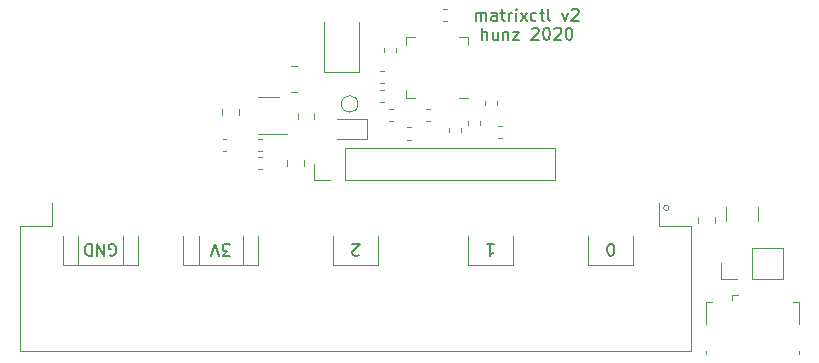
<source format=gbr>
%TF.GenerationSoftware,KiCad,Pcbnew,5.99.0-unknown-4354fa7bd~104~ubuntu20.04.1*%
%TF.CreationDate,2020-09-06T22:51:51+02:00*%
%TF.ProjectId,matrixctl,6d617472-6978-4637-946c-2e6b69636164,rev?*%
%TF.SameCoordinates,Original*%
%TF.FileFunction,Legend,Top*%
%TF.FilePolarity,Positive*%
%FSLAX46Y46*%
G04 Gerber Fmt 4.6, Leading zero omitted, Abs format (unit mm)*
G04 Created by KiCad (PCBNEW 5.99.0-unknown-4354fa7bd~104~ubuntu20.04.1) date 2020-09-06 22:51:51*
%MOMM*%
%LPD*%
G01*
G04 APERTURE LIST*
%ADD10C,0.150000*%
%ADD11C,0.120000*%
%ADD12R,1.700000X1.700000*%
%ADD13O,1.700000X1.700000*%
%ADD14C,1.000000*%
%ADD15R,0.600000X0.450000*%
%ADD16R,1.220000X0.650000*%
%ADD17C,1.600000*%
%ADD18R,0.800000X2.500000*%
%ADD19O,1.100000X5.500000*%
%ADD20R,0.400000X1.350000*%
%ADD21R,1.200000X1.900000*%
%ADD22C,1.450000*%
%ADD23R,1.500000X1.900000*%
%ADD24O,1.200000X1.900000*%
G04 APERTURE END LIST*
D10*
X133566666Y-105647380D02*
X133566666Y-104980714D01*
X133566666Y-105075952D02*
X133614285Y-105028333D01*
X133709523Y-104980714D01*
X133852380Y-104980714D01*
X133947619Y-105028333D01*
X133995238Y-105123571D01*
X133995238Y-105647380D01*
X133995238Y-105123571D02*
X134042857Y-105028333D01*
X134138095Y-104980714D01*
X134280952Y-104980714D01*
X134376190Y-105028333D01*
X134423809Y-105123571D01*
X134423809Y-105647380D01*
X135328571Y-105647380D02*
X135328571Y-105123571D01*
X135280952Y-105028333D01*
X135185714Y-104980714D01*
X134995238Y-104980714D01*
X134900000Y-105028333D01*
X135328571Y-105599761D02*
X135233333Y-105647380D01*
X134995238Y-105647380D01*
X134900000Y-105599761D01*
X134852380Y-105504523D01*
X134852380Y-105409285D01*
X134900000Y-105314047D01*
X134995238Y-105266428D01*
X135233333Y-105266428D01*
X135328571Y-105218809D01*
X135661904Y-104980714D02*
X136042857Y-104980714D01*
X135804761Y-104647380D02*
X135804761Y-105504523D01*
X135852380Y-105599761D01*
X135947619Y-105647380D01*
X136042857Y-105647380D01*
X136376190Y-105647380D02*
X136376190Y-104980714D01*
X136376190Y-105171190D02*
X136423809Y-105075952D01*
X136471428Y-105028333D01*
X136566666Y-104980714D01*
X136661904Y-104980714D01*
X136995238Y-105647380D02*
X136995238Y-104980714D01*
X136995238Y-104647380D02*
X136947619Y-104695000D01*
X136995238Y-104742619D01*
X137042857Y-104695000D01*
X136995238Y-104647380D01*
X136995238Y-104742619D01*
X137376190Y-105647380D02*
X137900000Y-104980714D01*
X137376190Y-104980714D02*
X137900000Y-105647380D01*
X138709523Y-105599761D02*
X138614285Y-105647380D01*
X138423809Y-105647380D01*
X138328571Y-105599761D01*
X138280952Y-105552142D01*
X138233333Y-105456904D01*
X138233333Y-105171190D01*
X138280952Y-105075952D01*
X138328571Y-105028333D01*
X138423809Y-104980714D01*
X138614285Y-104980714D01*
X138709523Y-105028333D01*
X138995238Y-104980714D02*
X139376190Y-104980714D01*
X139138095Y-104647380D02*
X139138095Y-105504523D01*
X139185714Y-105599761D01*
X139280952Y-105647380D01*
X139376190Y-105647380D01*
X139852380Y-105647380D02*
X139757142Y-105599761D01*
X139709523Y-105504523D01*
X139709523Y-104647380D01*
X140900000Y-104980714D02*
X141138095Y-105647380D01*
X141376190Y-104980714D01*
X141709523Y-104742619D02*
X141757142Y-104695000D01*
X141852380Y-104647380D01*
X142090476Y-104647380D01*
X142185714Y-104695000D01*
X142233333Y-104742619D01*
X142280952Y-104837857D01*
X142280952Y-104933095D01*
X142233333Y-105075952D01*
X141661904Y-105647380D01*
X142280952Y-105647380D01*
X134090476Y-107257380D02*
X134090476Y-106257380D01*
X134519047Y-107257380D02*
X134519047Y-106733571D01*
X134471428Y-106638333D01*
X134376190Y-106590714D01*
X134233333Y-106590714D01*
X134138095Y-106638333D01*
X134090476Y-106685952D01*
X135423809Y-106590714D02*
X135423809Y-107257380D01*
X134995238Y-106590714D02*
X134995238Y-107114523D01*
X135042857Y-107209761D01*
X135138095Y-107257380D01*
X135280952Y-107257380D01*
X135376190Y-107209761D01*
X135423809Y-107162142D01*
X135900000Y-106590714D02*
X135900000Y-107257380D01*
X135900000Y-106685952D02*
X135947619Y-106638333D01*
X136042857Y-106590714D01*
X136185714Y-106590714D01*
X136280952Y-106638333D01*
X136328571Y-106733571D01*
X136328571Y-107257380D01*
X136709523Y-106590714D02*
X137233333Y-106590714D01*
X136709523Y-107257380D01*
X137233333Y-107257380D01*
X138328571Y-106352619D02*
X138376190Y-106305000D01*
X138471428Y-106257380D01*
X138709523Y-106257380D01*
X138804761Y-106305000D01*
X138852380Y-106352619D01*
X138900000Y-106447857D01*
X138900000Y-106543095D01*
X138852380Y-106685952D01*
X138280952Y-107257380D01*
X138900000Y-107257380D01*
X139519047Y-106257380D02*
X139614285Y-106257380D01*
X139709523Y-106305000D01*
X139757142Y-106352619D01*
X139804761Y-106447857D01*
X139852380Y-106638333D01*
X139852380Y-106876428D01*
X139804761Y-107066904D01*
X139757142Y-107162142D01*
X139709523Y-107209761D01*
X139614285Y-107257380D01*
X139519047Y-107257380D01*
X139423809Y-107209761D01*
X139376190Y-107162142D01*
X139328571Y-107066904D01*
X139280952Y-106876428D01*
X139280952Y-106638333D01*
X139328571Y-106447857D01*
X139376190Y-106352619D01*
X139423809Y-106305000D01*
X139519047Y-106257380D01*
X140233333Y-106352619D02*
X140280952Y-106305000D01*
X140376190Y-106257380D01*
X140614285Y-106257380D01*
X140709523Y-106305000D01*
X140757142Y-106352619D01*
X140804761Y-106447857D01*
X140804761Y-106543095D01*
X140757142Y-106685952D01*
X140185714Y-107257380D01*
X140804761Y-107257380D01*
X141423809Y-106257380D02*
X141519047Y-106257380D01*
X141614285Y-106305000D01*
X141661904Y-106352619D01*
X141709523Y-106447857D01*
X141757142Y-106638333D01*
X141757142Y-106876428D01*
X141709523Y-107066904D01*
X141661904Y-107162142D01*
X141614285Y-107209761D01*
X141519047Y-107257380D01*
X141423809Y-107257380D01*
X141328571Y-107209761D01*
X141280952Y-107162142D01*
X141233333Y-107066904D01*
X141185714Y-106876428D01*
X141185714Y-106638333D01*
X141233333Y-106447857D01*
X141280952Y-106352619D01*
X141328571Y-106305000D01*
X141423809Y-106257380D01*
%TO.C,U2*%
X145047619Y-125547619D02*
X144952380Y-125547619D01*
X144857142Y-125500000D01*
X144809523Y-125452380D01*
X144761904Y-125357142D01*
X144714285Y-125166666D01*
X144714285Y-124928571D01*
X144761904Y-124738095D01*
X144809523Y-124642857D01*
X144857142Y-124595238D01*
X144952380Y-124547619D01*
X145047619Y-124547619D01*
X145142857Y-124595238D01*
X145190476Y-124642857D01*
X145238095Y-124738095D01*
X145285714Y-124928571D01*
X145285714Y-125166666D01*
X145238095Y-125357142D01*
X145190476Y-125452380D01*
X145142857Y-125500000D01*
X145047619Y-125547619D01*
X134514285Y-124547619D02*
X135085714Y-124547619D01*
X134800000Y-124547619D02*
X134800000Y-125547619D01*
X134895238Y-125404761D01*
X134990476Y-125309523D01*
X135085714Y-125261904D01*
X123685714Y-125452380D02*
X123638095Y-125500000D01*
X123542857Y-125547619D01*
X123304761Y-125547619D01*
X123209523Y-125500000D01*
X123161904Y-125452380D01*
X123114285Y-125357142D01*
X123114285Y-125261904D01*
X123161904Y-125119047D01*
X123733333Y-124547619D01*
X123114285Y-124547619D01*
X112761904Y-125547619D02*
X112142857Y-125547619D01*
X112476190Y-125166666D01*
X112333333Y-125166666D01*
X112238095Y-125119047D01*
X112190476Y-125071428D01*
X112142857Y-124976190D01*
X112142857Y-124738095D01*
X112190476Y-124642857D01*
X112238095Y-124595238D01*
X112333333Y-124547619D01*
X112619047Y-124547619D01*
X112714285Y-124595238D01*
X112761904Y-124642857D01*
X111857142Y-125547619D02*
X111523809Y-124547619D01*
X111190476Y-125547619D01*
X102561904Y-125500000D02*
X102657142Y-125547619D01*
X102800000Y-125547619D01*
X102942857Y-125500000D01*
X103038095Y-125404761D01*
X103085714Y-125309523D01*
X103133333Y-125119047D01*
X103133333Y-124976190D01*
X103085714Y-124785714D01*
X103038095Y-124690476D01*
X102942857Y-124595238D01*
X102800000Y-124547619D01*
X102704761Y-124547619D01*
X102561904Y-124595238D01*
X102514285Y-124642857D01*
X102514285Y-124976190D01*
X102704761Y-124976190D01*
X102085714Y-124547619D02*
X102085714Y-125547619D01*
X101514285Y-124547619D01*
X101514285Y-125547619D01*
X101038095Y-124547619D02*
X101038095Y-125547619D01*
X100800000Y-125547619D01*
X100657142Y-125500000D01*
X100561904Y-125404761D01*
X100514285Y-125309523D01*
X100466666Y-125119047D01*
X100466666Y-124976190D01*
X100514285Y-124785714D01*
X100561904Y-124690476D01*
X100657142Y-124595238D01*
X100800000Y-124547619D01*
X101038095Y-124547619D01*
D11*
%TO.C,R106*%
X131290000Y-114737221D02*
X131290000Y-115062779D01*
X132310000Y-114737221D02*
X132310000Y-115062779D01*
%TO.C,R2*%
X112462779Y-116710000D02*
X112137221Y-116710000D01*
X112462779Y-115690000D02*
X112137221Y-115690000D01*
%TO.C,FB102*%
X119010000Y-117958578D02*
X119010000Y-117441422D01*
X117590000Y-117958578D02*
X117590000Y-117441422D01*
%TO.C,J103*%
X122470000Y-119130000D02*
X122470000Y-116470000D01*
X121200000Y-119130000D02*
X119870000Y-119130000D01*
X140310000Y-119130000D02*
X140310000Y-116470000D01*
X119870000Y-119130000D02*
X119870000Y-117800000D01*
X122470000Y-119130000D02*
X140310000Y-119130000D01*
X122470000Y-116470000D02*
X140310000Y-116470000D01*
%TO.C,C2*%
X115462779Y-116710000D02*
X115137221Y-116710000D01*
X115462779Y-115690000D02*
X115137221Y-115690000D01*
%TO.C,C101*%
X123710000Y-109960000D02*
X123710000Y-105750000D01*
X120690000Y-109960000D02*
X123710000Y-109960000D01*
X120690000Y-105750000D02*
X120690000Y-109960000D01*
%TO.C,R112*%
X133910000Y-114462779D02*
X133910000Y-114137221D01*
X132890000Y-114462779D02*
X132890000Y-114137221D01*
%TO.C,R103*%
X129337221Y-113090000D02*
X129662779Y-113090000D01*
X129337221Y-114110000D02*
X129662779Y-114110000D01*
%TO.C,TP101*%
X123600000Y-112700000D02*
G75*
G03*
X123600000Y-112700000I-700000J0D01*
G01*
%TO.C,R1*%
X115462779Y-118210000D02*
X115137221Y-118210000D01*
X115462779Y-117190000D02*
X115137221Y-117190000D01*
%TO.C,C3*%
X112090000Y-113141422D02*
X112090000Y-113658578D01*
X113510000Y-113141422D02*
X113510000Y-113658578D01*
%TO.C,R101*%
X135437221Y-114590000D02*
X135762779Y-114590000D01*
X135437221Y-115610000D02*
X135762779Y-115610000D01*
%TO.C,L1*%
X117938748Y-109490000D02*
X118461252Y-109490000D01*
X117938748Y-111710000D02*
X118461252Y-111710000D01*
%TO.C,D101*%
X124400000Y-115650000D02*
X124400000Y-113950000D01*
X124400000Y-115650000D02*
X121850000Y-115650000D01*
X124400000Y-113950000D02*
X121850000Y-113950000D01*
%TO.C,FB101*%
X152390000Y-122758578D02*
X152390000Y-122241422D01*
X153810000Y-122758578D02*
X153810000Y-122241422D01*
%TO.C,R102*%
X135410000Y-112762779D02*
X135410000Y-112437221D01*
X134390000Y-112762779D02*
X134390000Y-112437221D01*
%TO.C,C105*%
X126562779Y-114110000D02*
X126237221Y-114110000D01*
X126562779Y-113090000D02*
X126237221Y-113090000D01*
%TO.C,F1*%
X157460000Y-121397936D02*
X157460000Y-122602064D01*
X154740000Y-121397936D02*
X154740000Y-122602064D01*
%TO.C,C103*%
X130837221Y-104690000D02*
X131162779Y-104690000D01*
X130837221Y-105710000D02*
X131162779Y-105710000D01*
%TO.C,R105*%
X125762779Y-109890000D02*
X125437221Y-109890000D01*
X125762779Y-110910000D02*
X125437221Y-110910000D01*
%TO.C,U1*%
X115120000Y-115210000D02*
X117550000Y-115210000D01*
X116880000Y-112140000D02*
X115120000Y-112140000D01*
%TO.C,C1*%
X118490000Y-113441422D02*
X118490000Y-113958578D01*
X119910000Y-113441422D02*
X119910000Y-113958578D01*
%TO.C,J1*%
X156970000Y-127530000D02*
X156970000Y-124870000D01*
X159570000Y-127530000D02*
X159570000Y-124870000D01*
X154370000Y-127530000D02*
X154370000Y-126200000D01*
X156970000Y-127530000D02*
X159570000Y-127530000D01*
X155700000Y-127530000D02*
X154370000Y-127530000D01*
X156970000Y-124870000D02*
X159570000Y-124870000D01*
%TO.C,U2*%
X151800000Y-123000000D02*
X149100000Y-123000000D01*
X103682090Y-126308766D02*
X104982090Y-126308766D01*
X113865495Y-126308766D02*
X115165495Y-126308766D01*
X97700195Y-123000000D02*
X97700195Y-121100000D01*
X98636856Y-126300000D02*
X98636856Y-123900000D01*
X143100000Y-126300000D02*
X143100000Y-123900000D01*
X125300000Y-126314825D02*
X121500000Y-126314825D01*
X151800000Y-133600000D02*
X95000000Y-133600000D01*
X103700000Y-123900000D02*
X103700000Y-126300000D01*
X115159701Y-126300000D02*
X115159701Y-123900000D01*
X108800000Y-126300000D02*
X108800000Y-123900000D01*
X125300000Y-123900000D02*
X125300000Y-126300000D01*
X104976296Y-126300000D02*
X104976296Y-123900000D01*
X113900000Y-123900000D02*
X113900000Y-126300000D01*
X121500000Y-126300000D02*
X121500000Y-123900000D01*
X146900000Y-126314825D02*
X143100000Y-126314825D01*
X146900000Y-123900000D02*
X146900000Y-126300000D01*
X99938155Y-126309058D02*
X98638155Y-126309058D01*
X110101299Y-126309058D02*
X108801299Y-126309058D01*
X151800000Y-133600000D02*
X151800000Y-123000000D01*
X136700000Y-126314825D02*
X132900000Y-126314825D01*
X95000000Y-123000000D02*
X97700000Y-123000000D01*
X103700000Y-126314825D02*
X99900000Y-126314825D01*
X149100000Y-123000000D02*
X149100000Y-121100000D01*
X110100000Y-126300000D02*
X110100000Y-123900000D01*
X95000000Y-133600000D02*
X95000000Y-123000000D01*
X99900000Y-126300000D02*
X99900000Y-123900000D01*
X136700000Y-123900000D02*
X136700000Y-126300000D01*
X132900000Y-126300000D02*
X132900000Y-123900000D01*
X113900000Y-126314825D02*
X110100000Y-126314825D01*
X149923607Y-121500000D02*
G75*
G03*
X149923607Y-121500000I-223607J0D01*
G01*
%TO.C,R104*%
X127737221Y-115710000D02*
X128062779Y-115710000D01*
X127737221Y-114690000D02*
X128062779Y-114690000D01*
%TO.C,J104*%
X160900000Y-133837500D02*
X160900000Y-133587500D01*
X153100000Y-129437500D02*
X153550000Y-129437500D01*
X153100000Y-133837500D02*
X153100000Y-133587500D01*
X155300000Y-128887500D02*
X155300000Y-129337500D01*
X153100000Y-131287500D02*
X153100000Y-129437500D01*
X155300000Y-128887500D02*
X155750000Y-128887500D01*
X160900000Y-131287500D02*
X160900000Y-129437500D01*
X160900000Y-129437500D02*
X160450000Y-129437500D01*
%TO.C,C102*%
X125790000Y-108262779D02*
X125790000Y-107937221D01*
X126810000Y-108262779D02*
X126810000Y-107937221D01*
%TO.C,U101*%
X132185000Y-112210000D02*
X132910000Y-112210000D01*
X132910000Y-106990000D02*
X132910000Y-107715000D01*
X128415000Y-112210000D02*
X127690000Y-112210000D01*
X128415000Y-106990000D02*
X127690000Y-106990000D01*
X132185000Y-106990000D02*
X132910000Y-106990000D01*
X127690000Y-106990000D02*
X127690000Y-107715000D01*
X127690000Y-112210000D02*
X127690000Y-111485000D01*
%TO.C,C104*%
X125762779Y-111490000D02*
X125437221Y-111490000D01*
X125762779Y-112510000D02*
X125437221Y-112510000D01*
%TD*%
%LPC*%
%TO.C,R106*%
G36*
G01*
X131543750Y-113675000D02*
X132056250Y-113675000D01*
G75*
G02*
X132275000Y-113893750I0J-218750D01*
G01*
X132275000Y-114331250D01*
G75*
G02*
X132056250Y-114550000I-218750J0D01*
G01*
X131543750Y-114550000D01*
G75*
G02*
X131325000Y-114331250I0J218750D01*
G01*
X131325000Y-113893750D01*
G75*
G02*
X131543750Y-113675000I218750J0D01*
G01*
G37*
G36*
G01*
X131543750Y-115250000D02*
X132056250Y-115250000D01*
G75*
G02*
X132275000Y-115468750I0J-218750D01*
G01*
X132275000Y-115906250D01*
G75*
G02*
X132056250Y-116125000I-218750J0D01*
G01*
X131543750Y-116125000D01*
G75*
G02*
X131325000Y-115906250I0J218750D01*
G01*
X131325000Y-115468750D01*
G75*
G02*
X131543750Y-115250000I218750J0D01*
G01*
G37*
%TD*%
%TO.C,R2*%
G36*
G01*
X113525000Y-115943750D02*
X113525000Y-116456250D01*
G75*
G02*
X113306250Y-116675000I-218750J0D01*
G01*
X112868750Y-116675000D01*
G75*
G02*
X112650000Y-116456250I0J218750D01*
G01*
X112650000Y-115943750D01*
G75*
G02*
X112868750Y-115725000I218750J0D01*
G01*
X113306250Y-115725000D01*
G75*
G02*
X113525000Y-115943750I0J-218750D01*
G01*
G37*
G36*
G01*
X111950000Y-115943750D02*
X111950000Y-116456250D01*
G75*
G02*
X111731250Y-116675000I-218750J0D01*
G01*
X111293750Y-116675000D01*
G75*
G02*
X111075000Y-116456250I0J218750D01*
G01*
X111075000Y-115943750D01*
G75*
G02*
X111293750Y-115725000I218750J0D01*
G01*
X111731250Y-115725000D01*
G75*
G02*
X111950000Y-115943750I0J-218750D01*
G01*
G37*
%TD*%
%TO.C,FB102*%
G36*
G01*
X118756250Y-119125000D02*
X117843750Y-119125000D01*
G75*
G02*
X117600000Y-118881250I0J243750D01*
G01*
X117600000Y-118393750D01*
G75*
G02*
X117843750Y-118150000I243750J0D01*
G01*
X118756250Y-118150000D01*
G75*
G02*
X119000000Y-118393750I0J-243750D01*
G01*
X119000000Y-118881250D01*
G75*
G02*
X118756250Y-119125000I-243750J0D01*
G01*
G37*
G36*
G01*
X118756250Y-117250000D02*
X117843750Y-117250000D01*
G75*
G02*
X117600000Y-117006250I0J243750D01*
G01*
X117600000Y-116518750D01*
G75*
G02*
X117843750Y-116275000I243750J0D01*
G01*
X118756250Y-116275000D01*
G75*
G02*
X119000000Y-116518750I0J-243750D01*
G01*
X119000000Y-117006250D01*
G75*
G02*
X118756250Y-117250000I-243750J0D01*
G01*
G37*
%TD*%
D12*
%TO.C,J103*%
X121200000Y-117800000D03*
D13*
X123740000Y-117800000D03*
X126280000Y-117800000D03*
X128820000Y-117800000D03*
X131360000Y-117800000D03*
X133900000Y-117800000D03*
X136440000Y-117800000D03*
X138980000Y-117800000D03*
%TD*%
%TO.C,C2*%
G36*
G01*
X116525000Y-115943750D02*
X116525000Y-116456250D01*
G75*
G02*
X116306250Y-116675000I-218750J0D01*
G01*
X115868750Y-116675000D01*
G75*
G02*
X115650000Y-116456250I0J218750D01*
G01*
X115650000Y-115943750D01*
G75*
G02*
X115868750Y-115725000I218750J0D01*
G01*
X116306250Y-115725000D01*
G75*
G02*
X116525000Y-115943750I0J-218750D01*
G01*
G37*
G36*
G01*
X114950000Y-115943750D02*
X114950000Y-116456250D01*
G75*
G02*
X114731250Y-116675000I-218750J0D01*
G01*
X114293750Y-116675000D01*
G75*
G02*
X114075000Y-116456250I0J218750D01*
G01*
X114075000Y-115943750D01*
G75*
G02*
X114293750Y-115725000I218750J0D01*
G01*
X114731250Y-115725000D01*
G75*
G02*
X114950000Y-115943750I0J-218750D01*
G01*
G37*
%TD*%
%TO.C,C101*%
G36*
G01*
X123125000Y-109700000D02*
X121275000Y-109700000D01*
G75*
G02*
X121025000Y-109450000I0J250000D01*
G01*
X121025000Y-108625000D01*
G75*
G02*
X121275000Y-108375000I250000J0D01*
G01*
X123125000Y-108375000D01*
G75*
G02*
X123375000Y-108625000I0J-250000D01*
G01*
X123375000Y-109450000D01*
G75*
G02*
X123125000Y-109700000I-250000J0D01*
G01*
G37*
G36*
G01*
X123125000Y-106625000D02*
X121275000Y-106625000D01*
G75*
G02*
X121025000Y-106375000I0J250000D01*
G01*
X121025000Y-105550000D01*
G75*
G02*
X121275000Y-105300000I250000J0D01*
G01*
X123125000Y-105300000D01*
G75*
G02*
X123375000Y-105550000I0J-250000D01*
G01*
X123375000Y-106375000D01*
G75*
G02*
X123125000Y-106625000I-250000J0D01*
G01*
G37*
%TD*%
%TO.C,R112*%
G36*
G01*
X133656250Y-115525000D02*
X133143750Y-115525000D01*
G75*
G02*
X132925000Y-115306250I0J218750D01*
G01*
X132925000Y-114868750D01*
G75*
G02*
X133143750Y-114650000I218750J0D01*
G01*
X133656250Y-114650000D01*
G75*
G02*
X133875000Y-114868750I0J-218750D01*
G01*
X133875000Y-115306250D01*
G75*
G02*
X133656250Y-115525000I-218750J0D01*
G01*
G37*
G36*
G01*
X133656250Y-113950000D02*
X133143750Y-113950000D01*
G75*
G02*
X132925000Y-113731250I0J218750D01*
G01*
X132925000Y-113293750D01*
G75*
G02*
X133143750Y-113075000I218750J0D01*
G01*
X133656250Y-113075000D01*
G75*
G02*
X133875000Y-113293750I0J-218750D01*
G01*
X133875000Y-113731250D01*
G75*
G02*
X133656250Y-113950000I-218750J0D01*
G01*
G37*
%TD*%
%TO.C,R103*%
G36*
G01*
X128275000Y-113856250D02*
X128275000Y-113343750D01*
G75*
G02*
X128493750Y-113125000I218750J0D01*
G01*
X128931250Y-113125000D01*
G75*
G02*
X129150000Y-113343750I0J-218750D01*
G01*
X129150000Y-113856250D01*
G75*
G02*
X128931250Y-114075000I-218750J0D01*
G01*
X128493750Y-114075000D01*
G75*
G02*
X128275000Y-113856250I0J218750D01*
G01*
G37*
G36*
G01*
X129850000Y-113856250D02*
X129850000Y-113343750D01*
G75*
G02*
X130068750Y-113125000I218750J0D01*
G01*
X130506250Y-113125000D01*
G75*
G02*
X130725000Y-113343750I0J-218750D01*
G01*
X130725000Y-113856250D01*
G75*
G02*
X130506250Y-114075000I-218750J0D01*
G01*
X130068750Y-114075000D01*
G75*
G02*
X129850000Y-113856250I0J218750D01*
G01*
G37*
%TD*%
D14*
%TO.C,TP101*%
X122900000Y-112700000D03*
%TD*%
%TO.C,R1*%
G36*
G01*
X116525000Y-117443750D02*
X116525000Y-117956250D01*
G75*
G02*
X116306250Y-118175000I-218750J0D01*
G01*
X115868750Y-118175000D01*
G75*
G02*
X115650000Y-117956250I0J218750D01*
G01*
X115650000Y-117443750D01*
G75*
G02*
X115868750Y-117225000I218750J0D01*
G01*
X116306250Y-117225000D01*
G75*
G02*
X116525000Y-117443750I0J-218750D01*
G01*
G37*
G36*
G01*
X114950000Y-117443750D02*
X114950000Y-117956250D01*
G75*
G02*
X114731250Y-118175000I-218750J0D01*
G01*
X114293750Y-118175000D01*
G75*
G02*
X114075000Y-117956250I0J218750D01*
G01*
X114075000Y-117443750D01*
G75*
G02*
X114293750Y-117225000I218750J0D01*
G01*
X114731250Y-117225000D01*
G75*
G02*
X114950000Y-117443750I0J-218750D01*
G01*
G37*
%TD*%
%TO.C,C3*%
G36*
G01*
X112343750Y-111975000D02*
X113256250Y-111975000D01*
G75*
G02*
X113500000Y-112218750I0J-243750D01*
G01*
X113500000Y-112706250D01*
G75*
G02*
X113256250Y-112950000I-243750J0D01*
G01*
X112343750Y-112950000D01*
G75*
G02*
X112100000Y-112706250I0J243750D01*
G01*
X112100000Y-112218750D01*
G75*
G02*
X112343750Y-111975000I243750J0D01*
G01*
G37*
G36*
G01*
X112343750Y-113850000D02*
X113256250Y-113850000D01*
G75*
G02*
X113500000Y-114093750I0J-243750D01*
G01*
X113500000Y-114581250D01*
G75*
G02*
X113256250Y-114825000I-243750J0D01*
G01*
X112343750Y-114825000D01*
G75*
G02*
X112100000Y-114581250I0J243750D01*
G01*
X112100000Y-114093750D01*
G75*
G02*
X112343750Y-113850000I243750J0D01*
G01*
G37*
%TD*%
%TO.C,R101*%
G36*
G01*
X134375000Y-115356250D02*
X134375000Y-114843750D01*
G75*
G02*
X134593750Y-114625000I218750J0D01*
G01*
X135031250Y-114625000D01*
G75*
G02*
X135250000Y-114843750I0J-218750D01*
G01*
X135250000Y-115356250D01*
G75*
G02*
X135031250Y-115575000I-218750J0D01*
G01*
X134593750Y-115575000D01*
G75*
G02*
X134375000Y-115356250I0J218750D01*
G01*
G37*
G36*
G01*
X135950000Y-115356250D02*
X135950000Y-114843750D01*
G75*
G02*
X136168750Y-114625000I218750J0D01*
G01*
X136606250Y-114625000D01*
G75*
G02*
X136825000Y-114843750I0J-218750D01*
G01*
X136825000Y-115356250D01*
G75*
G02*
X136606250Y-115575000I-218750J0D01*
G01*
X136168750Y-115575000D01*
G75*
G02*
X135950000Y-115356250I0J218750D01*
G01*
G37*
%TD*%
%TO.C,L1*%
G36*
G01*
X116500000Y-111450000D02*
X116500000Y-109750000D01*
G75*
G02*
X116750000Y-109500000I250000J0D01*
G01*
X117500000Y-109500000D01*
G75*
G02*
X117750000Y-109750000I0J-250000D01*
G01*
X117750000Y-111450000D01*
G75*
G02*
X117500000Y-111700000I-250000J0D01*
G01*
X116750000Y-111700000D01*
G75*
G02*
X116500000Y-111450000I0J250000D01*
G01*
G37*
G36*
G01*
X118650000Y-111450000D02*
X118650000Y-109750000D01*
G75*
G02*
X118900000Y-109500000I250000J0D01*
G01*
X119650000Y-109500000D01*
G75*
G02*
X119900000Y-109750000I0J-250000D01*
G01*
X119900000Y-111450000D01*
G75*
G02*
X119650000Y-111700000I-250000J0D01*
G01*
X118900000Y-111700000D01*
G75*
G02*
X118650000Y-111450000I0J250000D01*
G01*
G37*
%TD*%
D15*
%TO.C,D101*%
X123950000Y-114800000D03*
X121850000Y-114800000D03*
%TD*%
%TO.C,FB101*%
G36*
G01*
X153556250Y-123925000D02*
X152643750Y-123925000D01*
G75*
G02*
X152400000Y-123681250I0J243750D01*
G01*
X152400000Y-123193750D01*
G75*
G02*
X152643750Y-122950000I243750J0D01*
G01*
X153556250Y-122950000D01*
G75*
G02*
X153800000Y-123193750I0J-243750D01*
G01*
X153800000Y-123681250D01*
G75*
G02*
X153556250Y-123925000I-243750J0D01*
G01*
G37*
G36*
G01*
X153556250Y-122050000D02*
X152643750Y-122050000D01*
G75*
G02*
X152400000Y-121806250I0J243750D01*
G01*
X152400000Y-121318750D01*
G75*
G02*
X152643750Y-121075000I243750J0D01*
G01*
X153556250Y-121075000D01*
G75*
G02*
X153800000Y-121318750I0J-243750D01*
G01*
X153800000Y-121806250D01*
G75*
G02*
X153556250Y-122050000I-243750J0D01*
G01*
G37*
%TD*%
%TO.C,R102*%
G36*
G01*
X135156250Y-113825000D02*
X134643750Y-113825000D01*
G75*
G02*
X134425000Y-113606250I0J218750D01*
G01*
X134425000Y-113168750D01*
G75*
G02*
X134643750Y-112950000I218750J0D01*
G01*
X135156250Y-112950000D01*
G75*
G02*
X135375000Y-113168750I0J-218750D01*
G01*
X135375000Y-113606250D01*
G75*
G02*
X135156250Y-113825000I-218750J0D01*
G01*
G37*
G36*
G01*
X135156250Y-112250000D02*
X134643750Y-112250000D01*
G75*
G02*
X134425000Y-112031250I0J218750D01*
G01*
X134425000Y-111593750D01*
G75*
G02*
X134643750Y-111375000I218750J0D01*
G01*
X135156250Y-111375000D01*
G75*
G02*
X135375000Y-111593750I0J-218750D01*
G01*
X135375000Y-112031250D01*
G75*
G02*
X135156250Y-112250000I-218750J0D01*
G01*
G37*
%TD*%
%TO.C,C105*%
G36*
G01*
X127625000Y-113343750D02*
X127625000Y-113856250D01*
G75*
G02*
X127406250Y-114075000I-218750J0D01*
G01*
X126968750Y-114075000D01*
G75*
G02*
X126750000Y-113856250I0J218750D01*
G01*
X126750000Y-113343750D01*
G75*
G02*
X126968750Y-113125000I218750J0D01*
G01*
X127406250Y-113125000D01*
G75*
G02*
X127625000Y-113343750I0J-218750D01*
G01*
G37*
G36*
G01*
X126050000Y-113343750D02*
X126050000Y-113856250D01*
G75*
G02*
X125831250Y-114075000I-218750J0D01*
G01*
X125393750Y-114075000D01*
G75*
G02*
X125175000Y-113856250I0J218750D01*
G01*
X125175000Y-113343750D01*
G75*
G02*
X125393750Y-113125000I218750J0D01*
G01*
X125831250Y-113125000D01*
G75*
G02*
X126050000Y-113343750I0J-218750D01*
G01*
G37*
%TD*%
%TO.C,F1*%
G36*
G01*
X155025000Y-119975000D02*
X157175000Y-119975000D01*
G75*
G02*
X157425000Y-120225000I0J-250000D01*
G01*
X157425000Y-120975000D01*
G75*
G02*
X157175000Y-121225000I-250000J0D01*
G01*
X155025000Y-121225000D01*
G75*
G02*
X154775000Y-120975000I0J250000D01*
G01*
X154775000Y-120225000D01*
G75*
G02*
X155025000Y-119975000I250000J0D01*
G01*
G37*
G36*
G01*
X155025000Y-122775000D02*
X157175000Y-122775000D01*
G75*
G02*
X157425000Y-123025000I0J-250000D01*
G01*
X157425000Y-123775000D01*
G75*
G02*
X157175000Y-124025000I-250000J0D01*
G01*
X155025000Y-124025000D01*
G75*
G02*
X154775000Y-123775000I0J250000D01*
G01*
X154775000Y-123025000D01*
G75*
G02*
X155025000Y-122775000I250000J0D01*
G01*
G37*
%TD*%
%TO.C,C103*%
G36*
G01*
X129775000Y-105456250D02*
X129775000Y-104943750D01*
G75*
G02*
X129993750Y-104725000I218750J0D01*
G01*
X130431250Y-104725000D01*
G75*
G02*
X130650000Y-104943750I0J-218750D01*
G01*
X130650000Y-105456250D01*
G75*
G02*
X130431250Y-105675000I-218750J0D01*
G01*
X129993750Y-105675000D01*
G75*
G02*
X129775000Y-105456250I0J218750D01*
G01*
G37*
G36*
G01*
X131350000Y-105456250D02*
X131350000Y-104943750D01*
G75*
G02*
X131568750Y-104725000I218750J0D01*
G01*
X132006250Y-104725000D01*
G75*
G02*
X132225000Y-104943750I0J-218750D01*
G01*
X132225000Y-105456250D01*
G75*
G02*
X132006250Y-105675000I-218750J0D01*
G01*
X131568750Y-105675000D01*
G75*
G02*
X131350000Y-105456250I0J218750D01*
G01*
G37*
%TD*%
%TO.C,R105*%
G36*
G01*
X126825000Y-110143750D02*
X126825000Y-110656250D01*
G75*
G02*
X126606250Y-110875000I-218750J0D01*
G01*
X126168750Y-110875000D01*
G75*
G02*
X125950000Y-110656250I0J218750D01*
G01*
X125950000Y-110143750D01*
G75*
G02*
X126168750Y-109925000I218750J0D01*
G01*
X126606250Y-109925000D01*
G75*
G02*
X126825000Y-110143750I0J-218750D01*
G01*
G37*
G36*
G01*
X125250000Y-110143750D02*
X125250000Y-110656250D01*
G75*
G02*
X125031250Y-110875000I-218750J0D01*
G01*
X124593750Y-110875000D01*
G75*
G02*
X124375000Y-110656250I0J218750D01*
G01*
X124375000Y-110143750D01*
G75*
G02*
X124593750Y-109925000I218750J0D01*
G01*
X125031250Y-109925000D01*
G75*
G02*
X125250000Y-110143750I0J-218750D01*
G01*
G37*
%TD*%
D16*
%TO.C,U1*%
X117310000Y-114650000D03*
X117310000Y-113700000D03*
X117310000Y-112750000D03*
X114690000Y-112750000D03*
X114690000Y-114650000D03*
%TD*%
%TO.C,C1*%
G36*
G01*
X118743750Y-112275000D02*
X119656250Y-112275000D01*
G75*
G02*
X119900000Y-112518750I0J-243750D01*
G01*
X119900000Y-113006250D01*
G75*
G02*
X119656250Y-113250000I-243750J0D01*
G01*
X118743750Y-113250000D01*
G75*
G02*
X118500000Y-113006250I0J243750D01*
G01*
X118500000Y-112518750D01*
G75*
G02*
X118743750Y-112275000I243750J0D01*
G01*
G37*
G36*
G01*
X118743750Y-114150000D02*
X119656250Y-114150000D01*
G75*
G02*
X119900000Y-114393750I0J-243750D01*
G01*
X119900000Y-114881250D01*
G75*
G02*
X119656250Y-115125000I-243750J0D01*
G01*
X118743750Y-115125000D01*
G75*
G02*
X118500000Y-114881250I0J243750D01*
G01*
X118500000Y-114393750D01*
G75*
G02*
X118743750Y-114150000I243750J0D01*
G01*
G37*
%TD*%
D12*
%TO.C,J1*%
X155700000Y-126200000D03*
D13*
X158240000Y-126200000D03*
%TD*%
D17*
%TO.C,U2*%
X136400000Y-129150000D03*
X110400000Y-129150000D03*
D18*
X148165000Y-122300000D03*
X146895000Y-122300000D03*
X145625000Y-122300000D03*
X144355000Y-122300000D03*
X143085000Y-122300000D03*
X141815000Y-122300000D03*
X140545000Y-122300000D03*
X139275000Y-122300000D03*
X138005000Y-122300000D03*
X136735000Y-122300000D03*
X135465000Y-122300000D03*
X134195000Y-122300000D03*
X132925000Y-122300000D03*
X131655000Y-122300000D03*
X130385000Y-122300000D03*
X129115000Y-122300000D03*
X127845000Y-122300000D03*
X126575000Y-122300000D03*
X125305000Y-122300000D03*
X124035000Y-122300000D03*
X122765000Y-122300000D03*
X121495000Y-122300000D03*
X120225000Y-122300000D03*
X118955000Y-122300000D03*
X117685000Y-122300000D03*
X116415000Y-122300000D03*
X115145000Y-122300000D03*
X113875000Y-122300000D03*
X112605000Y-122300000D03*
X111335000Y-122300000D03*
X110065000Y-122300000D03*
X108795000Y-122300000D03*
X107525000Y-122300000D03*
X106255000Y-122300000D03*
X104985000Y-122300000D03*
X103715000Y-122300000D03*
X102445000Y-122300000D03*
X101175000Y-122300000D03*
X99905000Y-122300000D03*
X98635000Y-122300000D03*
D19*
X150400000Y-130810000D03*
X96400000Y-130810000D03*
%TD*%
%TO.C,R104*%
G36*
G01*
X126675000Y-115456250D02*
X126675000Y-114943750D01*
G75*
G02*
X126893750Y-114725000I218750J0D01*
G01*
X127331250Y-114725000D01*
G75*
G02*
X127550000Y-114943750I0J-218750D01*
G01*
X127550000Y-115456250D01*
G75*
G02*
X127331250Y-115675000I-218750J0D01*
G01*
X126893750Y-115675000D01*
G75*
G02*
X126675000Y-115456250I0J218750D01*
G01*
G37*
G36*
G01*
X128250000Y-115456250D02*
X128250000Y-114943750D01*
G75*
G02*
X128468750Y-114725000I218750J0D01*
G01*
X128906250Y-114725000D01*
G75*
G02*
X129125000Y-114943750I0J-218750D01*
G01*
X129125000Y-115456250D01*
G75*
G02*
X128906250Y-115675000I-218750J0D01*
G01*
X128468750Y-115675000D01*
G75*
G02*
X128250000Y-115456250I0J218750D01*
G01*
G37*
%TD*%
D20*
%TO.C,J104*%
X155700000Y-129737500D03*
X156350000Y-129737500D03*
X157000000Y-129737500D03*
X157650000Y-129737500D03*
X158300000Y-129737500D03*
D21*
X154100000Y-132437500D03*
D22*
X154500000Y-129737500D03*
D23*
X156000000Y-132437500D03*
D22*
X159500000Y-129737500D03*
D24*
X153500000Y-132437500D03*
D21*
X159900000Y-132437500D03*
D24*
X160500000Y-132437500D03*
D23*
X158000000Y-132437500D03*
%TD*%
%TO.C,C102*%
G36*
G01*
X126556250Y-109325000D02*
X126043750Y-109325000D01*
G75*
G02*
X125825000Y-109106250I0J218750D01*
G01*
X125825000Y-108668750D01*
G75*
G02*
X126043750Y-108450000I218750J0D01*
G01*
X126556250Y-108450000D01*
G75*
G02*
X126775000Y-108668750I0J-218750D01*
G01*
X126775000Y-109106250D01*
G75*
G02*
X126556250Y-109325000I-218750J0D01*
G01*
G37*
G36*
G01*
X126556250Y-107750000D02*
X126043750Y-107750000D01*
G75*
G02*
X125825000Y-107531250I0J218750D01*
G01*
X125825000Y-107093750D01*
G75*
G02*
X126043750Y-106875000I218750J0D01*
G01*
X126556250Y-106875000D01*
G75*
G02*
X126775000Y-107093750I0J-218750D01*
G01*
X126775000Y-107531250D01*
G75*
G02*
X126556250Y-107750000I-218750J0D01*
G01*
G37*
%TD*%
%TO.C,U101*%
G36*
G01*
X133150000Y-111037500D02*
X133150000Y-111162500D01*
G75*
G02*
X133087500Y-111225000I-62500J0D01*
G01*
X132412500Y-111225000D01*
G75*
G02*
X132350000Y-111162500I0J62500D01*
G01*
X132350000Y-111037500D01*
G75*
G02*
X132412500Y-110975000I62500J0D01*
G01*
X133087500Y-110975000D01*
G75*
G02*
X133150000Y-111037500I0J-62500D01*
G01*
G37*
G36*
G01*
X133150000Y-110537500D02*
X133150000Y-110662500D01*
G75*
G02*
X133087500Y-110725000I-62500J0D01*
G01*
X132412500Y-110725000D01*
G75*
G02*
X132350000Y-110662500I0J62500D01*
G01*
X132350000Y-110537500D01*
G75*
G02*
X132412500Y-110475000I62500J0D01*
G01*
X133087500Y-110475000D01*
G75*
G02*
X133150000Y-110537500I0J-62500D01*
G01*
G37*
G36*
G01*
X133150000Y-110037500D02*
X133150000Y-110162500D01*
G75*
G02*
X133087500Y-110225000I-62500J0D01*
G01*
X132412500Y-110225000D01*
G75*
G02*
X132350000Y-110162500I0J62500D01*
G01*
X132350000Y-110037500D01*
G75*
G02*
X132412500Y-109975000I62500J0D01*
G01*
X133087500Y-109975000D01*
G75*
G02*
X133150000Y-110037500I0J-62500D01*
G01*
G37*
G36*
G01*
X133150000Y-109537500D02*
X133150000Y-109662500D01*
G75*
G02*
X133087500Y-109725000I-62500J0D01*
G01*
X132412500Y-109725000D01*
G75*
G02*
X132350000Y-109662500I0J62500D01*
G01*
X132350000Y-109537500D01*
G75*
G02*
X132412500Y-109475000I62500J0D01*
G01*
X133087500Y-109475000D01*
G75*
G02*
X133150000Y-109537500I0J-62500D01*
G01*
G37*
G36*
G01*
X133150000Y-109037500D02*
X133150000Y-109162500D01*
G75*
G02*
X133087500Y-109225000I-62500J0D01*
G01*
X132412500Y-109225000D01*
G75*
G02*
X132350000Y-109162500I0J62500D01*
G01*
X132350000Y-109037500D01*
G75*
G02*
X132412500Y-108975000I62500J0D01*
G01*
X133087500Y-108975000D01*
G75*
G02*
X133150000Y-109037500I0J-62500D01*
G01*
G37*
G36*
G01*
X133150000Y-108537500D02*
X133150000Y-108662500D01*
G75*
G02*
X133087500Y-108725000I-62500J0D01*
G01*
X132412500Y-108725000D01*
G75*
G02*
X132350000Y-108662500I0J62500D01*
G01*
X132350000Y-108537500D01*
G75*
G02*
X132412500Y-108475000I62500J0D01*
G01*
X133087500Y-108475000D01*
G75*
G02*
X133150000Y-108537500I0J-62500D01*
G01*
G37*
G36*
G01*
X133150000Y-108037500D02*
X133150000Y-108162500D01*
G75*
G02*
X133087500Y-108225000I-62500J0D01*
G01*
X132412500Y-108225000D01*
G75*
G02*
X132350000Y-108162500I0J62500D01*
G01*
X132350000Y-108037500D01*
G75*
G02*
X132412500Y-107975000I62500J0D01*
G01*
X133087500Y-107975000D01*
G75*
G02*
X133150000Y-108037500I0J-62500D01*
G01*
G37*
G36*
G01*
X131925000Y-106812500D02*
X131925000Y-107487500D01*
G75*
G02*
X131862500Y-107550000I-62500J0D01*
G01*
X131737500Y-107550000D01*
G75*
G02*
X131675000Y-107487500I0J62500D01*
G01*
X131675000Y-106812500D01*
G75*
G02*
X131737500Y-106750000I62500J0D01*
G01*
X131862500Y-106750000D01*
G75*
G02*
X131925000Y-106812500I0J-62500D01*
G01*
G37*
G36*
G01*
X131425000Y-106812500D02*
X131425000Y-107487500D01*
G75*
G02*
X131362500Y-107550000I-62500J0D01*
G01*
X131237500Y-107550000D01*
G75*
G02*
X131175000Y-107487500I0J62500D01*
G01*
X131175000Y-106812500D01*
G75*
G02*
X131237500Y-106750000I62500J0D01*
G01*
X131362500Y-106750000D01*
G75*
G02*
X131425000Y-106812500I0J-62500D01*
G01*
G37*
G36*
G01*
X130925000Y-106812500D02*
X130925000Y-107487500D01*
G75*
G02*
X130862500Y-107550000I-62500J0D01*
G01*
X130737500Y-107550000D01*
G75*
G02*
X130675000Y-107487500I0J62500D01*
G01*
X130675000Y-106812500D01*
G75*
G02*
X130737500Y-106750000I62500J0D01*
G01*
X130862500Y-106750000D01*
G75*
G02*
X130925000Y-106812500I0J-62500D01*
G01*
G37*
G36*
G01*
X130425000Y-106812500D02*
X130425000Y-107487500D01*
G75*
G02*
X130362500Y-107550000I-62500J0D01*
G01*
X130237500Y-107550000D01*
G75*
G02*
X130175000Y-107487500I0J62500D01*
G01*
X130175000Y-106812500D01*
G75*
G02*
X130237500Y-106750000I62500J0D01*
G01*
X130362500Y-106750000D01*
G75*
G02*
X130425000Y-106812500I0J-62500D01*
G01*
G37*
G36*
G01*
X129925000Y-106812500D02*
X129925000Y-107487500D01*
G75*
G02*
X129862500Y-107550000I-62500J0D01*
G01*
X129737500Y-107550000D01*
G75*
G02*
X129675000Y-107487500I0J62500D01*
G01*
X129675000Y-106812500D01*
G75*
G02*
X129737500Y-106750000I62500J0D01*
G01*
X129862500Y-106750000D01*
G75*
G02*
X129925000Y-106812500I0J-62500D01*
G01*
G37*
G36*
G01*
X129425000Y-106812500D02*
X129425000Y-107487500D01*
G75*
G02*
X129362500Y-107550000I-62500J0D01*
G01*
X129237500Y-107550000D01*
G75*
G02*
X129175000Y-107487500I0J62500D01*
G01*
X129175000Y-106812500D01*
G75*
G02*
X129237500Y-106750000I62500J0D01*
G01*
X129362500Y-106750000D01*
G75*
G02*
X129425000Y-106812500I0J-62500D01*
G01*
G37*
G36*
G01*
X128925000Y-106812500D02*
X128925000Y-107487500D01*
G75*
G02*
X128862500Y-107550000I-62500J0D01*
G01*
X128737500Y-107550000D01*
G75*
G02*
X128675000Y-107487500I0J62500D01*
G01*
X128675000Y-106812500D01*
G75*
G02*
X128737500Y-106750000I62500J0D01*
G01*
X128862500Y-106750000D01*
G75*
G02*
X128925000Y-106812500I0J-62500D01*
G01*
G37*
G36*
G01*
X128250000Y-108037500D02*
X128250000Y-108162500D01*
G75*
G02*
X128187500Y-108225000I-62500J0D01*
G01*
X127512500Y-108225000D01*
G75*
G02*
X127450000Y-108162500I0J62500D01*
G01*
X127450000Y-108037500D01*
G75*
G02*
X127512500Y-107975000I62500J0D01*
G01*
X128187500Y-107975000D01*
G75*
G02*
X128250000Y-108037500I0J-62500D01*
G01*
G37*
G36*
G01*
X128250000Y-108537500D02*
X128250000Y-108662500D01*
G75*
G02*
X128187500Y-108725000I-62500J0D01*
G01*
X127512500Y-108725000D01*
G75*
G02*
X127450000Y-108662500I0J62500D01*
G01*
X127450000Y-108537500D01*
G75*
G02*
X127512500Y-108475000I62500J0D01*
G01*
X128187500Y-108475000D01*
G75*
G02*
X128250000Y-108537500I0J-62500D01*
G01*
G37*
G36*
G01*
X128250000Y-109037500D02*
X128250000Y-109162500D01*
G75*
G02*
X128187500Y-109225000I-62500J0D01*
G01*
X127512500Y-109225000D01*
G75*
G02*
X127450000Y-109162500I0J62500D01*
G01*
X127450000Y-109037500D01*
G75*
G02*
X127512500Y-108975000I62500J0D01*
G01*
X128187500Y-108975000D01*
G75*
G02*
X128250000Y-109037500I0J-62500D01*
G01*
G37*
G36*
G01*
X128250000Y-109537500D02*
X128250000Y-109662500D01*
G75*
G02*
X128187500Y-109725000I-62500J0D01*
G01*
X127512500Y-109725000D01*
G75*
G02*
X127450000Y-109662500I0J62500D01*
G01*
X127450000Y-109537500D01*
G75*
G02*
X127512500Y-109475000I62500J0D01*
G01*
X128187500Y-109475000D01*
G75*
G02*
X128250000Y-109537500I0J-62500D01*
G01*
G37*
G36*
G01*
X128250000Y-110037500D02*
X128250000Y-110162500D01*
G75*
G02*
X128187500Y-110225000I-62500J0D01*
G01*
X127512500Y-110225000D01*
G75*
G02*
X127450000Y-110162500I0J62500D01*
G01*
X127450000Y-110037500D01*
G75*
G02*
X127512500Y-109975000I62500J0D01*
G01*
X128187500Y-109975000D01*
G75*
G02*
X128250000Y-110037500I0J-62500D01*
G01*
G37*
G36*
G01*
X128250000Y-110537500D02*
X128250000Y-110662500D01*
G75*
G02*
X128187500Y-110725000I-62500J0D01*
G01*
X127512500Y-110725000D01*
G75*
G02*
X127450000Y-110662500I0J62500D01*
G01*
X127450000Y-110537500D01*
G75*
G02*
X127512500Y-110475000I62500J0D01*
G01*
X128187500Y-110475000D01*
G75*
G02*
X128250000Y-110537500I0J-62500D01*
G01*
G37*
G36*
G01*
X128250000Y-111037500D02*
X128250000Y-111162500D01*
G75*
G02*
X128187500Y-111225000I-62500J0D01*
G01*
X127512500Y-111225000D01*
G75*
G02*
X127450000Y-111162500I0J62500D01*
G01*
X127450000Y-111037500D01*
G75*
G02*
X127512500Y-110975000I62500J0D01*
G01*
X128187500Y-110975000D01*
G75*
G02*
X128250000Y-111037500I0J-62500D01*
G01*
G37*
G36*
G01*
X128925000Y-111712500D02*
X128925000Y-112387500D01*
G75*
G02*
X128862500Y-112450000I-62500J0D01*
G01*
X128737500Y-112450000D01*
G75*
G02*
X128675000Y-112387500I0J62500D01*
G01*
X128675000Y-111712500D01*
G75*
G02*
X128737500Y-111650000I62500J0D01*
G01*
X128862500Y-111650000D01*
G75*
G02*
X128925000Y-111712500I0J-62500D01*
G01*
G37*
G36*
G01*
X129425000Y-111712500D02*
X129425000Y-112387500D01*
G75*
G02*
X129362500Y-112450000I-62500J0D01*
G01*
X129237500Y-112450000D01*
G75*
G02*
X129175000Y-112387500I0J62500D01*
G01*
X129175000Y-111712500D01*
G75*
G02*
X129237500Y-111650000I62500J0D01*
G01*
X129362500Y-111650000D01*
G75*
G02*
X129425000Y-111712500I0J-62500D01*
G01*
G37*
G36*
G01*
X129925000Y-111712500D02*
X129925000Y-112387500D01*
G75*
G02*
X129862500Y-112450000I-62500J0D01*
G01*
X129737500Y-112450000D01*
G75*
G02*
X129675000Y-112387500I0J62500D01*
G01*
X129675000Y-111712500D01*
G75*
G02*
X129737500Y-111650000I62500J0D01*
G01*
X129862500Y-111650000D01*
G75*
G02*
X129925000Y-111712500I0J-62500D01*
G01*
G37*
G36*
G01*
X130425000Y-111712500D02*
X130425000Y-112387500D01*
G75*
G02*
X130362500Y-112450000I-62500J0D01*
G01*
X130237500Y-112450000D01*
G75*
G02*
X130175000Y-112387500I0J62500D01*
G01*
X130175000Y-111712500D01*
G75*
G02*
X130237500Y-111650000I62500J0D01*
G01*
X130362500Y-111650000D01*
G75*
G02*
X130425000Y-111712500I0J-62500D01*
G01*
G37*
G36*
G01*
X130925000Y-111712500D02*
X130925000Y-112387500D01*
G75*
G02*
X130862500Y-112450000I-62500J0D01*
G01*
X130737500Y-112450000D01*
G75*
G02*
X130675000Y-112387500I0J62500D01*
G01*
X130675000Y-111712500D01*
G75*
G02*
X130737500Y-111650000I62500J0D01*
G01*
X130862500Y-111650000D01*
G75*
G02*
X130925000Y-111712500I0J-62500D01*
G01*
G37*
G36*
G01*
X131425000Y-111712500D02*
X131425000Y-112387500D01*
G75*
G02*
X131362500Y-112450000I-62500J0D01*
G01*
X131237500Y-112450000D01*
G75*
G02*
X131175000Y-112387500I0J62500D01*
G01*
X131175000Y-111712500D01*
G75*
G02*
X131237500Y-111650000I62500J0D01*
G01*
X131362500Y-111650000D01*
G75*
G02*
X131425000Y-111712500I0J-62500D01*
G01*
G37*
G36*
G01*
X131925000Y-111712500D02*
X131925000Y-112387500D01*
G75*
G02*
X131862500Y-112450000I-62500J0D01*
G01*
X131737500Y-112450000D01*
G75*
G02*
X131675000Y-112387500I0J62500D01*
G01*
X131675000Y-111712500D01*
G75*
G02*
X131737500Y-111650000I62500J0D01*
G01*
X131862500Y-111650000D01*
G75*
G02*
X131925000Y-111712500I0J-62500D01*
G01*
G37*
G36*
G01*
X132050000Y-108112500D02*
X132050000Y-111087500D01*
G75*
G02*
X131787500Y-111350000I-262500J0D01*
G01*
X128812500Y-111350000D01*
G75*
G02*
X128550000Y-111087500I0J262500D01*
G01*
X128550000Y-108112500D01*
G75*
G02*
X128812500Y-107850000I262500J0D01*
G01*
X131787500Y-107850000D01*
G75*
G02*
X132050000Y-108112500I0J-262500D01*
G01*
G37*
%TD*%
%TO.C,C104*%
G36*
G01*
X126825000Y-111743750D02*
X126825000Y-112256250D01*
G75*
G02*
X126606250Y-112475000I-218750J0D01*
G01*
X126168750Y-112475000D01*
G75*
G02*
X125950000Y-112256250I0J218750D01*
G01*
X125950000Y-111743750D01*
G75*
G02*
X126168750Y-111525000I218750J0D01*
G01*
X126606250Y-111525000D01*
G75*
G02*
X126825000Y-111743750I0J-218750D01*
G01*
G37*
G36*
G01*
X125250000Y-111743750D02*
X125250000Y-112256250D01*
G75*
G02*
X125031250Y-112475000I-218750J0D01*
G01*
X124593750Y-112475000D01*
G75*
G02*
X124375000Y-112256250I0J218750D01*
G01*
X124375000Y-111743750D01*
G75*
G02*
X124593750Y-111525000I218750J0D01*
G01*
X125031250Y-111525000D01*
G75*
G02*
X125250000Y-111743750I0J-218750D01*
G01*
G37*
%TD*%
D12*
%TO.C,J101*%
X99060000Y-106875000D03*
D13*
X101600000Y-106875000D03*
X99060000Y-109415000D03*
X101600000Y-109415000D03*
X99060000Y-111955000D03*
X101600000Y-111955000D03*
X99060000Y-114495000D03*
X101600000Y-114495000D03*
X99060000Y-117035000D03*
X101600000Y-117035000D03*
%TD*%
D12*
%TO.C,J102*%
X144780000Y-106875000D03*
D13*
X147320000Y-106875000D03*
X144780000Y-109415000D03*
X147320000Y-109415000D03*
X144780000Y-111955000D03*
X147320000Y-111955000D03*
X144780000Y-114495000D03*
X147320000Y-114495000D03*
X144780000Y-117035000D03*
X147320000Y-117035000D03*
%TD*%
M02*

</source>
